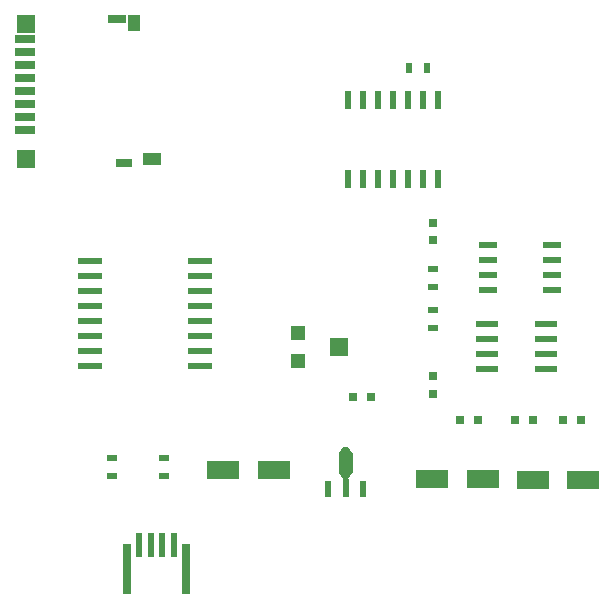
<source format=gtp>
G04 #@! TF.FileFunction,Paste,Top*
%FSLAX46Y46*%
G04 Gerber Fmt 4.6, Leading zero omitted, Abs format (unit mm)*
G04 Created by KiCad (PCBNEW (2015-01-06 BZR 5261)-product) date Thursday, February 12, 2015 'PMt' 09:45:42 PM*
%MOMM*%
G01*
G04 APERTURE LIST*
%ADD10C,0.152400*%
%ADD11R,1.970000X0.570000*%
%ADD12R,1.600000X0.600000*%
%ADD13R,1.750000X0.700000*%
%ADD14R,1.500000X1.500000*%
%ADD15R,1.500000X0.800000*%
%ADD16R,1.400000X0.800000*%
%ADD17R,1.550000X1.000000*%
%ADD18R,1.000000X1.450000*%
%ADD19R,2.800000X1.600000*%
%ADD20R,0.800000X0.750000*%
%ADD21R,0.750000X0.800000*%
%ADD22R,0.900000X0.500000*%
%ADD23R,0.500000X0.900000*%
%ADD24R,0.500000X1.500000*%
%ADD25R,0.600000X2.000000*%
%ADD26R,0.700000X4.200000*%
%ADD27R,1.500000X1.600000*%
%ADD28R,1.200000X1.200000*%
%ADD29R,2.050000X0.590000*%
%ADD30R,0.480000X1.400000*%
%ADD31R,0.560000X1.550000*%
%ADD32R,1.200000X1.800000*%
G04 APERTURE END LIST*
D10*
D11*
X179005000Y-113665000D03*
X179005000Y-114935000D03*
X179005000Y-116205000D03*
X179005000Y-117475000D03*
X174055000Y-113665000D03*
X174055000Y-114935000D03*
X174055000Y-116205000D03*
X174055000Y-117475000D03*
D12*
X174147500Y-110714000D03*
X179547500Y-110714000D03*
X174147500Y-109464000D03*
X174147500Y-108214000D03*
X174147500Y-106964000D03*
X179547500Y-109464000D03*
X179547500Y-108214000D03*
X179547500Y-106964000D03*
D13*
X134913500Y-97196500D03*
X134913500Y-96096500D03*
X134913500Y-94996500D03*
X134913500Y-93896500D03*
X134913500Y-92796500D03*
X134913500Y-91696500D03*
X134913500Y-90596500D03*
X134913500Y-89496500D03*
D14*
X135013500Y-88196500D03*
X135013500Y-99646500D03*
D15*
X142693500Y-87846500D03*
D16*
X143263500Y-99996500D03*
D17*
X145663500Y-99646500D03*
D18*
X144163500Y-88146500D03*
D19*
X182186000Y-126846000D03*
X177886000Y-126846000D03*
X173702400Y-126744400D03*
X169402400Y-126744400D03*
X155973200Y-126033200D03*
X151673200Y-126033200D03*
D20*
X173266800Y-121716800D03*
X171766800Y-121716800D03*
X180453600Y-121716800D03*
X181953600Y-121716800D03*
X162724400Y-119837200D03*
X164224400Y-119837200D03*
D21*
X169418000Y-118058500D03*
X169418000Y-119558500D03*
X169418000Y-105041000D03*
X169418000Y-106541000D03*
D22*
X142240000Y-126480000D03*
X142240000Y-124980000D03*
X146685000Y-126480000D03*
X146685000Y-124980000D03*
X169418000Y-110478000D03*
X169418000Y-108978000D03*
X169468800Y-113983200D03*
X169468800Y-112483200D03*
D23*
X168961500Y-91948000D03*
X167461500Y-91948000D03*
D24*
X169916000Y-94629000D03*
X168646000Y-94629000D03*
X167376000Y-94629000D03*
X166106000Y-94629000D03*
X164836000Y-94629000D03*
X163566000Y-94629000D03*
X162296000Y-94629000D03*
X162296000Y-101379000D03*
X163566000Y-101379000D03*
X164836000Y-101379000D03*
X166106000Y-101379000D03*
X167376000Y-101379000D03*
X168646000Y-101379000D03*
X169916000Y-101379000D03*
D20*
X176440400Y-121716800D03*
X177940400Y-121716800D03*
D25*
X145550000Y-132350000D03*
X144550000Y-132350000D03*
X146550000Y-132350000D03*
X147550000Y-132350000D03*
D26*
X143550000Y-134350000D03*
X148550000Y-134350000D03*
D27*
X161470000Y-115570000D03*
D28*
X158020000Y-114370000D03*
X158020000Y-116770000D03*
D29*
X149733000Y-117221000D03*
X149733000Y-115951000D03*
X149733000Y-114681000D03*
X149733000Y-113411000D03*
X149733000Y-112141000D03*
X149733000Y-110871000D03*
X149733000Y-109601000D03*
X149733000Y-108331000D03*
X140423000Y-108331000D03*
X140423000Y-109601000D03*
X140423000Y-110871000D03*
X140423000Y-112141000D03*
X140423000Y-113411000D03*
X140423000Y-114681000D03*
X140423000Y-115951000D03*
X140423000Y-117221000D03*
D30*
X160550860Y-127581660D03*
D31*
X162052000Y-127530000D03*
D30*
X163553140Y-127581660D03*
D32*
X162052000Y-125430000D03*
D10*
G36*
X162602000Y-126280000D02*
X162302000Y-126780000D01*
X161802000Y-126780000D01*
X161502000Y-126280000D01*
X162602000Y-126280000D01*
X162602000Y-126280000D01*
G37*
G36*
X161502000Y-124580000D02*
X161802000Y-124080000D01*
X162302000Y-124080000D01*
X162602000Y-124580000D01*
X161502000Y-124580000D01*
X161502000Y-124580000D01*
G37*
M02*

</source>
